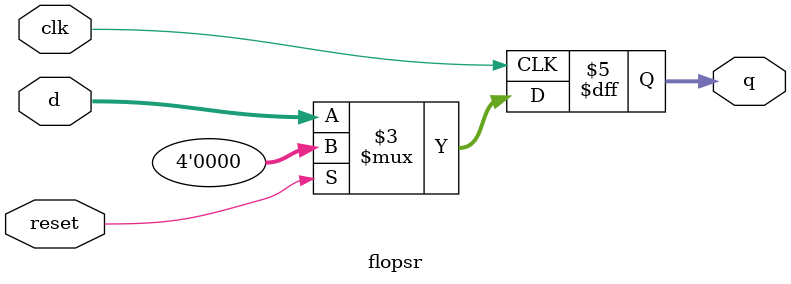
<source format=sv>
module flopsr(input logic clk, input logic reset, input logic [3:0]d, output logic [3:0]q);
always_ff@(posedge clk)
if(reset) q<=4'b0;
else q<=d;
endmodule
</source>
